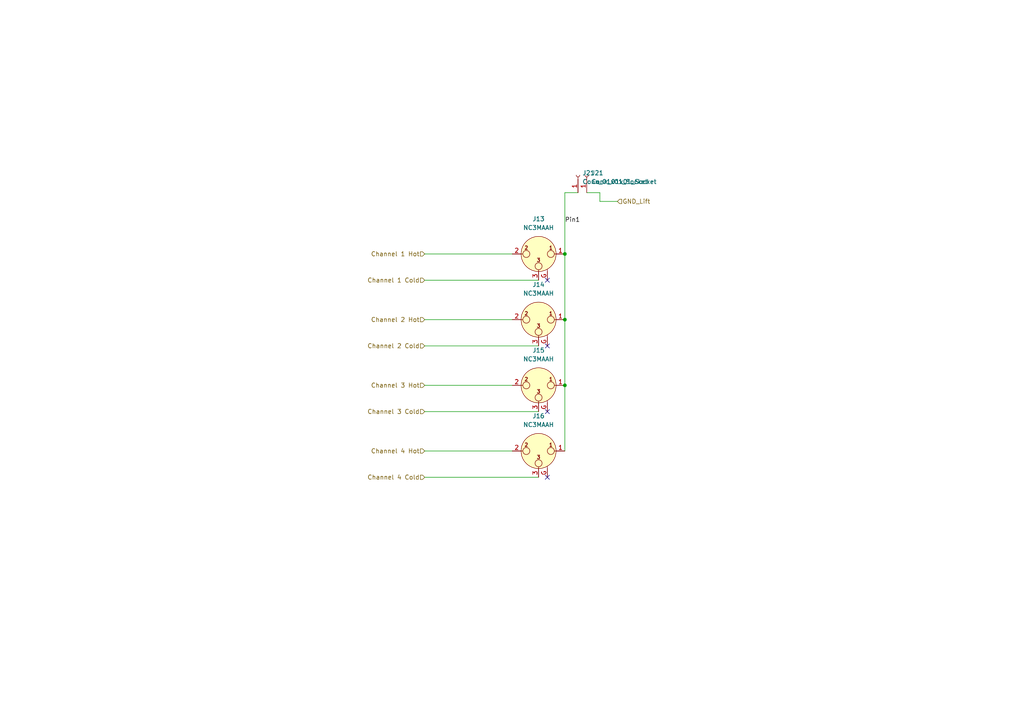
<source format=kicad_sch>
(kicad_sch (version 20230121) (generator eeschema)
  (paper "A4")
  (title_block (title "Essigfabrik 2-Way PA Switcher") (date "2023-11-21") (rev "1") (company "Daniel Machnik Sounddesign und Tontechnik"))
  (lib_symbols
    (symbol "Connector:Conn_01x01_Socket" (pin_names (offset 1.016) hide)
      (property "Reference" "J" (at 0 2.54 0))
      (property "Value" "Conn_01x01_Socket" (at 0 -2.54 0))
      (symbol "Conn_01x01_Socket_1_1"
        (polyline (pts (xy -1.27 0) (xy -0.508 0)) (stroke (width 0.1524)))
        (arc (start 0 0.508) (mid -0.5058 0) (end 0 -0.508) (stroke (width 0.1524)))
        (pin passive line (at -5.08 0 0) (length 3.81) (name "Pin_1") (number "1"))
      )
    )
    (symbol "Connector_Audio:NC3MAAV" (pin_names hide)
      (property "Reference" "J" (at 0 8.89 0))
      (property "Value" "NC3MAAV" (at 0 6.35 0))
      (symbol "NC3MAAV_0_1"
        (circle (center -3.556 0) (radius 1.016))
        (circle (center 0 -3.556) (radius 1.016))
        (polyline (pts (xy -5.08 0) (xy -4.572 0)))
        (polyline (pts (xy -2.54 -5.08) (xy -2.54 -4.445)))
        (polyline (pts (xy 0 -5.08) (xy 0 -4.572)))
        (polyline (pts (xy 5.08 0) (xy 4.572 0)))
        (circle (center 0 0) (radius 5.08) (fill (type background)))
        (circle (center 3.556 0) (radius 1.016))
        (text "1" (at -3.556 1.778 0) (effects (font (size 1.016 1.016) bold)))
        (text "2" (at 3.556 1.778 0) (effects (font (size 1.016 1.016) bold)))
        (text "3" (at 0 -1.778 0) (effects (font (size 1.016 1.016) bold)))
        (pin passive line (at -7.62 0 0) (length 2.54) (name "~") (number "1"))
        (pin passive line (at 7.62 0 180) (length 2.54) (name "~") (number "2"))
        (pin passive line (at 0 -7.62 90) (length 2.54) (name "~") (number "3"))
      )
      (symbol "NC3MAAV_1_1"
        (pin passive line (at -2.54 -7.62 90) (length 2.54) (name "~") (number "G"))
      )
    )
  )
  (junction (at 163.83 111.76))
  (junction (at 163.83 73.66))
  (junction (at 163.83 92.71))
  (no_connect (at 158.75 100.33))
  (no_connect (at 158.75 138.43))
  (no_connect (at 158.75 119.38))
  (no_connect (at 158.75 81.28))
  (wire (pts (xy 163.83 92.71) (xy 163.83 111.76)))
  (wire (pts (xy 156.21 119.38) (xy 123.19 119.38)))
  (wire (pts (xy 173.99 55.88) (xy 173.99 58.42)))
  (wire (pts (xy 173.99 58.42) (xy 179.07 58.42)))
  (wire (pts (xy 156.21 138.43) (xy 123.19 138.43)))
  (wire (pts (xy 163.83 73.66) (xy 163.83 92.71)))
  (wire (pts (xy 163.83 55.88) (xy 163.83 73.66)))
  (wire (pts (xy 148.59 111.76) (xy 123.19 111.76)))
  (wire (pts (xy 170.18 55.88) (xy 173.99 55.88)))
  (wire (pts (xy 163.83 55.88) (xy 167.64 55.88)))
  (wire (pts (xy 156.21 81.28) (xy 123.19 81.28)))
  (wire (pts (xy 163.83 111.76) (xy 163.83 130.81)))
  (wire (pts (xy 148.59 73.66) (xy 123.19 73.66)))
  (wire (pts (xy 148.59 130.81) (xy 123.19 130.81)))
  (wire (pts (xy 156.21 100.33) (xy 123.19 100.33)))
  (wire (pts (xy 148.59 92.71) (xy 123.19 92.71)))
  (label "Pin1" (at 163.83 64.77 0))
  (hierarchical_label "Channel 4 Cold" (shape input) (at 123.19 138.43 180))
  (hierarchical_label "Channel 3 Hot" (shape input) (at 123.19 111.76 180))
  (hierarchical_label "Channel 2 Hot" (shape input) (at 123.19 92.71 180))
  (hierarchical_label "Channel 4 Hot" (shape input) (at 123.19 130.81 180))
  (hierarchical_label "Channel 3 Cold" (shape input) (at 123.19 119.38 180))
  (hierarchical_label "Channel 2 Cold" (shape input) (at 123.19 100.33 180))
  (hierarchical_label "Channel 1 Cold" (shape input) (at 123.19 81.28 180))
  (hierarchical_label "GND_Lift" (shape input) (at 179.07 58.42 0))
  (hierarchical_label "Channel 1 Hot" (shape input) (at 123.19 73.66 180))
  (symbol (lib_id "Connector_Audio:NC3MAAV") (at 156.21 130.81 0) (mirror y) (unit 1)
    (property "Reference" "J16" (at 156.21 120.65 0))
    (property "Value" "NC3MAAH" (at 156.21 123.19 0))
    (property "Footprint" "Connector_Audio:Jack_XLR_Neutrik_NC3MAAV_Vertical" (effects hide))
    (property "Datasheet" "https://www.neutrik.com/en/product/nc3maav" (effects hide))
  )
  (symbol (lib_id "Connector_Audio:NC3MAAV") (at 156.21 92.71 0) (mirror y) (unit 1)
    (property "Reference" "J14" (at 156.21 82.55 0))
    (property "Value" "NC3MAAH" (at 156.21 85.09 0))
    (property "Footprint" "Connector_Audio:Jack_XLR_Neutrik_NC3MAAV_Vertical" (effects hide))
    (property "Datasheet" "https://www.neutrik.com/en/product/nc3maav" (effects hide))
  )
  (symbol (lib_id "Connector:Conn_01x01_Socket") (at 170.18 50.8 90) (unit 1)
    (property "Reference" "J21" (at 171.45 50.165 90) (effects (justify right)))
    (property "Value" "Conn_01x01_Socket" (at 171.45 52.705 90) (effects (justify right)))
    (property "Footprint" "Connector_Wire:SolderWire-0.75sqmm_1x01_D1.25mm_OD2.3mm" (effects hide))
    (instances (project "EF_matrix" (path "" (reference "J21") (unit 1)) (path "" (reference "J25") (unit 1)) (path "" (reference "J26") (unit 1)) (path "" (reference "J34") (unit 1))))
  )
  (symbol (lib_id "Connector_Audio:NC3MAAV") (at 156.21 111.76 0) (mirror y) (unit 1)
    (property "Reference" "J15" (at 156.21 101.6 0))
    (property "Value" "NC3MAAH" (at 156.21 104.14 0))
    (property "Footprint" "Connector_Audio:Jack_XLR_Neutrik_NC3MAAV_Vertical" (effects hide))
    (property "Datasheet" "https://www.neutrik.com/en/product/nc3maav" (effects hide))
  )
  (symbol (lib_id "Connector:Conn_01x01_Socket") (at 167.64 50.8 90) (unit 1)
    (property "Reference" "J21" (at 168.91 50.165 90) (effects (justify right)))
    (property "Value" "Conn_01x01_Socket" (at 168.91 52.705 90) (effects (justify right)))
    (property "Footprint" "Connector_Wire:SolderWire-0.75sqmm_1x01_D1.25mm_OD2.3mm" (effects hide))
    (instances (project "EF_matrix" (path "" (reference "J21") (unit 1)) (path "" (reference "J22") (unit 1)) (path "" (reference "J23") (unit 1)) (path "" (reference "J2") (unit 1))))
  )
  (symbol (lib_id "Connector_Audio:NC3MAAV") (at 156.21 73.66 0) (mirror y) (unit 1)
    (property "Reference" "J13" (at 156.21 63.5 0))
    (property "Value" "NC3MAAH" (at 156.21 66.04 0))
    (property "Footprint" "Connector_Audio:Jack_XLR_Neutrik_NC3MAAV_Vertical" (effects hide))
    (property "Datasheet" "https://www.neutrik.com/en/product/nc3maav" (effects hide))
  )
)
</source>
